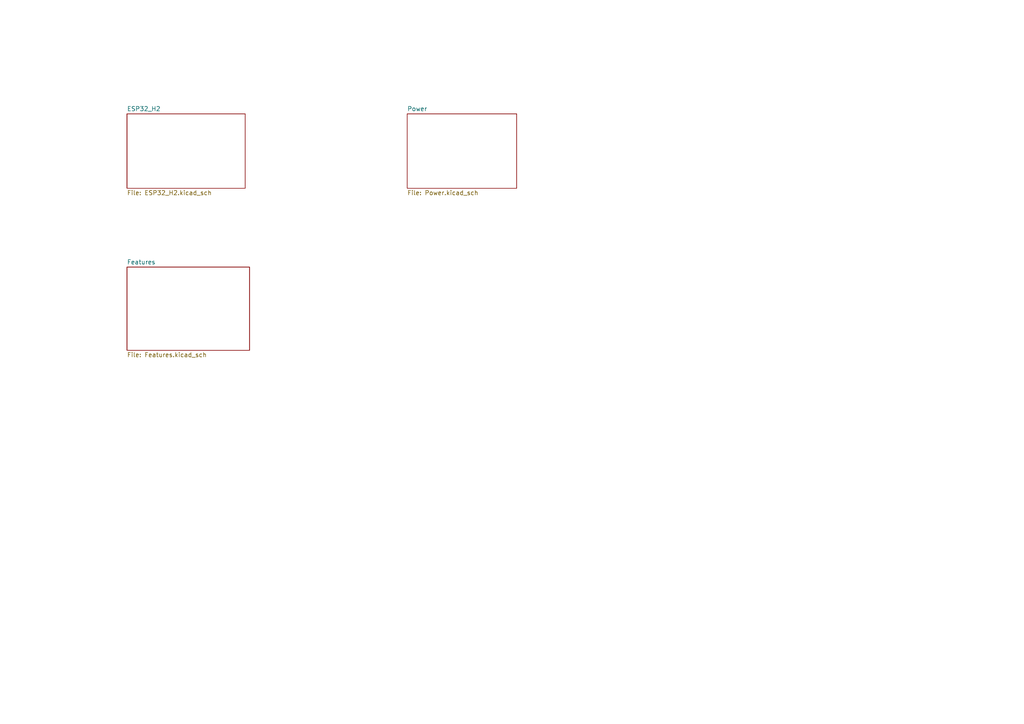
<source format=kicad_sch>
(kicad_sch
	(version 20231120)
	(generator "eeschema")
	(generator_version "8.0")
	(uuid "8150038b-10e4-4278-a82d-6f7aa5065ad6")
	(paper "A4")
	(lib_symbols)
	(sheet
		(at 36.83 77.47)
		(size 35.56 24.13)
		(fields_autoplaced yes)
		(stroke
			(width 0.1524)
			(type solid)
		)
		(fill
			(color 0 0 0 0.0000)
		)
		(uuid "3c9ecc8c-6c8f-48cf-bbf4-fcd0ce0e903e")
		(property "Sheetname" "Features"
			(at 36.83 76.7584 0)
			(effects
				(font
					(size 1.27 1.27)
				)
				(justify left bottom)
			)
		)
		(property "Sheetfile" "Features.kicad_sch"
			(at 36.83 102.1846 0)
			(effects
				(font
					(size 1.27 1.27)
				)
				(justify left top)
			)
		)
		(instances
			(project "Balance_LED"
				(path "/8150038b-10e4-4278-a82d-6f7aa5065ad6"
					(page "4")
				)
			)
		)
	)
	(sheet
		(at 36.83 33.02)
		(size 34.29 21.59)
		(fields_autoplaced yes)
		(stroke
			(width 0.1524)
			(type solid)
		)
		(fill
			(color 0 0 0 0.0000)
		)
		(uuid "8e727811-db10-4b07-9497-43b475b0b535")
		(property "Sheetname" "ESP32_H2"
			(at 36.83 32.3084 0)
			(effects
				(font
					(size 1.27 1.27)
				)
				(justify left bottom)
			)
		)
		(property "Sheetfile" "ESP32_H2.kicad_sch"
			(at 36.83 55.1946 0)
			(effects
				(font
					(size 1.27 1.27)
				)
				(justify left top)
			)
		)
		(instances
			(project "Balance_LED"
				(path "/8150038b-10e4-4278-a82d-6f7aa5065ad6"
					(page "2")
				)
			)
		)
	)
	(sheet
		(at 118.11 33.02)
		(size 31.75 21.59)
		(fields_autoplaced yes)
		(stroke
			(width 0.1524)
			(type solid)
		)
		(fill
			(color 0 0 0 0.0000)
		)
		(uuid "a0895fa9-31f6-48a3-a6fa-dc784a5e8e80")
		(property "Sheetname" "Power"
			(at 118.11 32.3084 0)
			(effects
				(font
					(size 1.27 1.27)
				)
				(justify left bottom)
			)
		)
		(property "Sheetfile" "Power.kicad_sch"
			(at 118.11 55.1946 0)
			(effects
				(font
					(size 1.27 1.27)
				)
				(justify left top)
			)
		)
		(instances
			(project "Balance_LED"
				(path "/8150038b-10e4-4278-a82d-6f7aa5065ad6"
					(page "3")
				)
			)
		)
	)
	(sheet_instances
		(path "/"
			(page "1")
		)
	)
)

</source>
